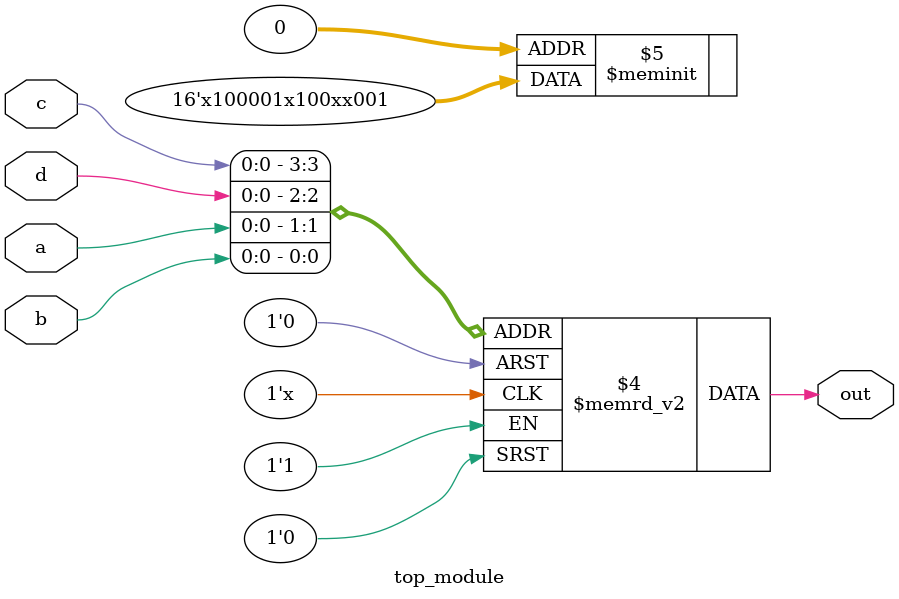
<source format=sv>
module top_module (
    input a,
    input b,
    input c,
    input d,
    output reg out
);

always @(*) begin
    case ({c, d, a, b})
        4'b0000, 4'b0111, 4'b1001, 4'b1110: out = 1'b1;
        4'b0001, 4'b0010, 4'b0101, 4'b0110, 4'b1010, 4'b1011, 4'b1100, 4'b1101: out = 1'b0;
        default: out = 1'bx;
    endcase
end

endmodule

</source>
